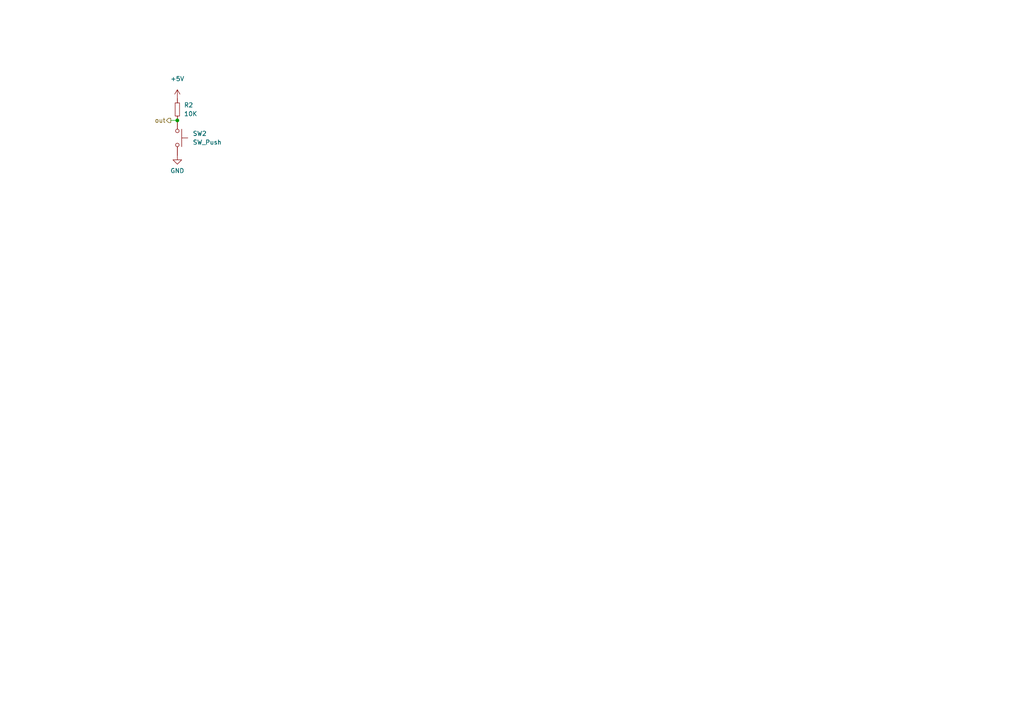
<source format=kicad_sch>
(kicad_sch (version 20211123) (generator eeschema)
  (paper "A4")
  (lib_symbols
    (symbol "New_Library:R"
      (property "Reference" "R" (at 0 1.905 0))
      (property "Value" "330R" (at 0 0 0))
      (symbol "R_0_1"
        (rectangle (start -1.905 -1.27) (end 1.905 -2.54))
      )
      (symbol "R_1_1"
        (pin passive line (at -3.175 -1.905 0) (length 1.27) (name "") (number ""))
        (pin passive line (at 3.175 -1.905 180) (length 1.27) (name "") (number ""))
      )
    )
    (symbol "New_Library:SW_Push" (pin_numbers hide) (pin_names (offset 1.016) hide)
      (property "Reference" "SW" (at 1.27 2.54 0))
      (property "Value" "SW_Push" (at 0 -1.524 0))
      (symbol "SW_Push_0_1"
        (circle (center -2.032 0) (radius 0.508))
        (polyline (pts (xy 0 1.27) (xy 0 3.048)))
        (polyline (pts (xy 2.54 1.27) (xy -2.54 1.27)))
        (circle (center 2.032 0) (radius 0.508))
        (pin passive line (at -5.08 0 0) (length 2.54) (name "1") (number "1"))
        (pin passive line (at 5.08 0 180) (length 2.54) (name "2") (number "2"))
      )
    )
    (symbol "power:+5V" (power) (pin_names (offset 0))
      (property "Value" "+5V" (at 0 3.556 0))
      (symbol "+5V_0_1"
        (polyline (pts (xy -0.762 1.27) (xy 0 2.54)))
        (polyline (pts (xy 0 0) (xy 0 2.54)))
        (polyline (pts (xy 0 2.54) (xy 0.762 1.27)))
      )
      (symbol "+5V_1_1"
        (pin power_in line (at 0 0 90) (length 0) hide (name "+5V") (number "1"))
      )
    )
    (symbol "power:GND" (power) (pin_names (offset 0))
      (property "Value" "GND" (at 0 -3.81 0))
      (symbol "GND_0_1"
        (polyline (pts (xy 0 0) (xy 0 -1.27) (xy 1.27 -1.27) (xy 0 -2.54) (xy -1.27 -1.27) (xy 0 -1.27)))
      )
      (symbol "GND_1_1"
        (pin power_in line (at 0 0 270) (length 0) hide (name "GND") (number "1"))
      )
    )
  )
  (junction (at 51.435 34.925))
  (wire (pts (xy 49.53 34.925) (xy 51.435 34.925)))
  (hierarchical_label "out" (shape output) (at 49.53 34.925 180))
  (symbol (lib_id "power:GND") (at 51.435 45.085 0)
    (property "Reference" "#PWR0121" (effects hide))
    (property "Value" "GND" (at 51.435 49.53 0))
  )
  (symbol (lib_id "New_Library:R") (at 53.34 31.75 270)
    (property "Reference" "R2" (at 53.34 30.4799 90) (effects (justify left)))
    (property "Value" "10K" (at 53.34 33.0199 90) (effects (justify left)))
  )
  (symbol (lib_id "power:+5V") (at 51.435 28.575 0)
    (property "Reference" "#PWR0122" (effects hide))
    (property "Value" "+5V" (at 51.435 22.86 0))
  )
  (symbol (lib_id "New_Library:SW_Push") (at 51.435 40.005 270)
    (property "Reference" "SW2" (at 55.88 38.7349 90) (effects (justify left)))
    (property "Value" "SW_Push" (at 55.88 41.2749 90) (effects (justify left)))
  )
)
</source>
